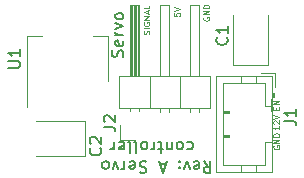
<source format=gto>
G04 #@! TF.GenerationSoftware,KiCad,Pcbnew,(5.1.10)-1*
G04 #@! TF.CreationDate,2022-09-19T19:11:14+01:00*
G04 #@! TF.ProjectId,12v_servo_driver,3132765f-7365-4727-966f-5f6472697665,rev?*
G04 #@! TF.SameCoordinates,Original*
G04 #@! TF.FileFunction,Legend,Top*
G04 #@! TF.FilePolarity,Positive*
%FSLAX46Y46*%
G04 Gerber Fmt 4.6, Leading zero omitted, Abs format (unit mm)*
G04 Created by KiCad (PCBNEW (5.1.10)-1) date 2022-09-19 19:11:14*
%MOMM*%
%LPD*%
G01*
G04 APERTURE LIST*
%ADD10C,0.150000*%
%ADD11C,0.100000*%
%ADD12C,0.120000*%
%ADD13R,1.700000X1.700000*%
%ADD14O,1.700000X1.700000*%
%ADD15C,3.200000*%
%ADD16O,1.750000X1.200000*%
%ADD17R,3.800000X2.000000*%
%ADD18R,1.500000X2.000000*%
G04 APERTURE END LIST*
D10*
X150417161Y-108626042D02*
X150464780Y-108483185D01*
X150464780Y-108245090D01*
X150417161Y-108149852D01*
X150369542Y-108102233D01*
X150274304Y-108054614D01*
X150179066Y-108054614D01*
X150083828Y-108102233D01*
X150036209Y-108149852D01*
X149988590Y-108245090D01*
X149940971Y-108435566D01*
X149893352Y-108530804D01*
X149845733Y-108578423D01*
X149750495Y-108626042D01*
X149655257Y-108626042D01*
X149560019Y-108578423D01*
X149512400Y-108530804D01*
X149464780Y-108435566D01*
X149464780Y-108197471D01*
X149512400Y-108054614D01*
X150417161Y-107245090D02*
X150464780Y-107340328D01*
X150464780Y-107530804D01*
X150417161Y-107626042D01*
X150321923Y-107673661D01*
X149940971Y-107673661D01*
X149845733Y-107626042D01*
X149798114Y-107530804D01*
X149798114Y-107340328D01*
X149845733Y-107245090D01*
X149940971Y-107197471D01*
X150036209Y-107197471D01*
X150131447Y-107673661D01*
X150464780Y-106768900D02*
X149798114Y-106768900D01*
X149988590Y-106768900D02*
X149893352Y-106721280D01*
X149845733Y-106673661D01*
X149798114Y-106578423D01*
X149798114Y-106483185D01*
X149798114Y-106245090D02*
X150464780Y-106006995D01*
X149798114Y-105768900D01*
X150464780Y-105245090D02*
X150417161Y-105340328D01*
X150369542Y-105387947D01*
X150274304Y-105435566D01*
X149988590Y-105435566D01*
X149893352Y-105387947D01*
X149845733Y-105340328D01*
X149798114Y-105245090D01*
X149798114Y-105102233D01*
X149845733Y-105006995D01*
X149893352Y-104959376D01*
X149988590Y-104911757D01*
X150274304Y-104911757D01*
X150369542Y-104959376D01*
X150417161Y-105006995D01*
X150464780Y-105102233D01*
X150464780Y-105245090D01*
D11*
X152653180Y-106702076D02*
X152676990Y-106630647D01*
X152676990Y-106511600D01*
X152653180Y-106463980D01*
X152629371Y-106440171D01*
X152581752Y-106416361D01*
X152534133Y-106416361D01*
X152486514Y-106440171D01*
X152462704Y-106463980D01*
X152438895Y-106511600D01*
X152415085Y-106606838D01*
X152391276Y-106654457D01*
X152367466Y-106678266D01*
X152319847Y-106702076D01*
X152272228Y-106702076D01*
X152224609Y-106678266D01*
X152200800Y-106654457D01*
X152176990Y-106606838D01*
X152176990Y-106487790D01*
X152200800Y-106416361D01*
X152676990Y-106202076D02*
X152176990Y-106202076D01*
X152200800Y-105702076D02*
X152176990Y-105749695D01*
X152176990Y-105821123D01*
X152200800Y-105892552D01*
X152248419Y-105940171D01*
X152296038Y-105963980D01*
X152391276Y-105987790D01*
X152462704Y-105987790D01*
X152557942Y-105963980D01*
X152605561Y-105940171D01*
X152653180Y-105892552D01*
X152676990Y-105821123D01*
X152676990Y-105773504D01*
X152653180Y-105702076D01*
X152629371Y-105678266D01*
X152462704Y-105678266D01*
X152462704Y-105773504D01*
X152676990Y-105463980D02*
X152176990Y-105463980D01*
X152676990Y-105178266D01*
X152176990Y-105178266D01*
X152534133Y-104963980D02*
X152534133Y-104725885D01*
X152676990Y-105011600D02*
X152176990Y-104844933D01*
X152676990Y-104678266D01*
X152676990Y-104273504D02*
X152676990Y-104511600D01*
X152176990Y-104511600D01*
X154755090Y-104921038D02*
X154755090Y-105159133D01*
X154993185Y-105182942D01*
X154969376Y-105159133D01*
X154945566Y-105111514D01*
X154945566Y-104992466D01*
X154969376Y-104944847D01*
X154993185Y-104921038D01*
X155040804Y-104897228D01*
X155159852Y-104897228D01*
X155207471Y-104921038D01*
X155231280Y-104944847D01*
X155255090Y-104992466D01*
X155255090Y-105111514D01*
X155231280Y-105159133D01*
X155207471Y-105182942D01*
X154755090Y-104754371D02*
X155255090Y-104587704D01*
X154755090Y-104421038D01*
X157255400Y-105270252D02*
X157231590Y-105317871D01*
X157231590Y-105389300D01*
X157255400Y-105460728D01*
X157303019Y-105508347D01*
X157350638Y-105532157D01*
X157445876Y-105555966D01*
X157517304Y-105555966D01*
X157612542Y-105532157D01*
X157660161Y-105508347D01*
X157707780Y-105460728D01*
X157731590Y-105389300D01*
X157731590Y-105341680D01*
X157707780Y-105270252D01*
X157683971Y-105246442D01*
X157517304Y-105246442D01*
X157517304Y-105341680D01*
X157731590Y-105032157D02*
X157231590Y-105032157D01*
X157731590Y-104746442D01*
X157231590Y-104746442D01*
X157731590Y-104508347D02*
X157231590Y-104508347D01*
X157231590Y-104389300D01*
X157255400Y-104317871D01*
X157303019Y-104270252D01*
X157350638Y-104246442D01*
X157445876Y-104222633D01*
X157517304Y-104222633D01*
X157612542Y-104246442D01*
X157660161Y-104270252D01*
X157707780Y-104317871D01*
X157731590Y-104389300D01*
X157731590Y-104508347D01*
D10*
X157265142Y-117441219D02*
X157598476Y-117917409D01*
X157836571Y-117441219D02*
X157836571Y-118441219D01*
X157455619Y-118441219D01*
X157360380Y-118393600D01*
X157312761Y-118345980D01*
X157265142Y-118250742D01*
X157265142Y-118107885D01*
X157312761Y-118012647D01*
X157360380Y-117965028D01*
X157455619Y-117917409D01*
X157836571Y-117917409D01*
X156455619Y-117488838D02*
X156550857Y-117441219D01*
X156741333Y-117441219D01*
X156836571Y-117488838D01*
X156884190Y-117584076D01*
X156884190Y-117965028D01*
X156836571Y-118060266D01*
X156741333Y-118107885D01*
X156550857Y-118107885D01*
X156455619Y-118060266D01*
X156408000Y-117965028D01*
X156408000Y-117869790D01*
X156884190Y-117774552D01*
X156074666Y-118107885D02*
X155836571Y-117441219D01*
X155598476Y-118107885D01*
X155217523Y-117536457D02*
X155169904Y-117488838D01*
X155217523Y-117441219D01*
X155265142Y-117488838D01*
X155217523Y-117536457D01*
X155217523Y-117441219D01*
X155217523Y-118060266D02*
X155169904Y-118012647D01*
X155217523Y-117965028D01*
X155265142Y-118012647D01*
X155217523Y-118060266D01*
X155217523Y-117965028D01*
X154027047Y-117726933D02*
X153550857Y-117726933D01*
X154122285Y-117441219D02*
X153788952Y-118441219D01*
X153455619Y-117441219D01*
X152408000Y-117488838D02*
X152265142Y-117441219D01*
X152027047Y-117441219D01*
X151931809Y-117488838D01*
X151884190Y-117536457D01*
X151836571Y-117631695D01*
X151836571Y-117726933D01*
X151884190Y-117822171D01*
X151931809Y-117869790D01*
X152027047Y-117917409D01*
X152217523Y-117965028D01*
X152312761Y-118012647D01*
X152360380Y-118060266D01*
X152408000Y-118155504D01*
X152408000Y-118250742D01*
X152360380Y-118345980D01*
X152312761Y-118393600D01*
X152217523Y-118441219D01*
X151979428Y-118441219D01*
X151836571Y-118393600D01*
X151027047Y-117488838D02*
X151122285Y-117441219D01*
X151312761Y-117441219D01*
X151408000Y-117488838D01*
X151455619Y-117584076D01*
X151455619Y-117965028D01*
X151408000Y-118060266D01*
X151312761Y-118107885D01*
X151122285Y-118107885D01*
X151027047Y-118060266D01*
X150979428Y-117965028D01*
X150979428Y-117869790D01*
X151455619Y-117774552D01*
X150550857Y-117441219D02*
X150550857Y-118107885D01*
X150550857Y-117917409D02*
X150503238Y-118012647D01*
X150455619Y-118060266D01*
X150360380Y-118107885D01*
X150265142Y-118107885D01*
X150027047Y-118107885D02*
X149788952Y-117441219D01*
X149550857Y-118107885D01*
X149027047Y-117441219D02*
X149122285Y-117488838D01*
X149169904Y-117536457D01*
X149217523Y-117631695D01*
X149217523Y-117917409D01*
X149169904Y-118012647D01*
X149122285Y-118060266D01*
X149027047Y-118107885D01*
X148884190Y-118107885D01*
X148788952Y-118060266D01*
X148741333Y-118012647D01*
X148693714Y-117917409D01*
X148693714Y-117631695D01*
X148741333Y-117536457D01*
X148788952Y-117488838D01*
X148884190Y-117441219D01*
X149027047Y-117441219D01*
X155884190Y-115838838D02*
X155979428Y-115791219D01*
X156169904Y-115791219D01*
X156265142Y-115838838D01*
X156312761Y-115886457D01*
X156360380Y-115981695D01*
X156360380Y-116267409D01*
X156312761Y-116362647D01*
X156265142Y-116410266D01*
X156169904Y-116457885D01*
X155979428Y-116457885D01*
X155884190Y-116410266D01*
X155312761Y-115791219D02*
X155408000Y-115838838D01*
X155455619Y-115886457D01*
X155503238Y-115981695D01*
X155503238Y-116267409D01*
X155455619Y-116362647D01*
X155408000Y-116410266D01*
X155312761Y-116457885D01*
X155169904Y-116457885D01*
X155074666Y-116410266D01*
X155027047Y-116362647D01*
X154979428Y-116267409D01*
X154979428Y-115981695D01*
X155027047Y-115886457D01*
X155074666Y-115838838D01*
X155169904Y-115791219D01*
X155312761Y-115791219D01*
X154550857Y-116457885D02*
X154550857Y-115791219D01*
X154550857Y-116362647D02*
X154503238Y-116410266D01*
X154408000Y-116457885D01*
X154265142Y-116457885D01*
X154169904Y-116410266D01*
X154122285Y-116315028D01*
X154122285Y-115791219D01*
X153788952Y-116457885D02*
X153408000Y-116457885D01*
X153646095Y-116791219D02*
X153646095Y-115934076D01*
X153598476Y-115838838D01*
X153503238Y-115791219D01*
X153408000Y-115791219D01*
X153074666Y-115791219D02*
X153074666Y-116457885D01*
X153074666Y-116267409D02*
X153027047Y-116362647D01*
X152979428Y-116410266D01*
X152884190Y-116457885D01*
X152788952Y-116457885D01*
X152312761Y-115791219D02*
X152408000Y-115838838D01*
X152455619Y-115886457D01*
X152503238Y-115981695D01*
X152503238Y-116267409D01*
X152455619Y-116362647D01*
X152408000Y-116410266D01*
X152312761Y-116457885D01*
X152169904Y-116457885D01*
X152074666Y-116410266D01*
X152027047Y-116362647D01*
X151979428Y-116267409D01*
X151979428Y-115981695D01*
X152027047Y-115886457D01*
X152074666Y-115838838D01*
X152169904Y-115791219D01*
X152312761Y-115791219D01*
X151408000Y-115791219D02*
X151503238Y-115838838D01*
X151550857Y-115934076D01*
X151550857Y-116791219D01*
X150884190Y-115791219D02*
X150979428Y-115838838D01*
X151027047Y-115934076D01*
X151027047Y-116791219D01*
X150122285Y-115838838D02*
X150217523Y-115791219D01*
X150408000Y-115791219D01*
X150503238Y-115838838D01*
X150550857Y-115934076D01*
X150550857Y-116315028D01*
X150503238Y-116410266D01*
X150408000Y-116457885D01*
X150217523Y-116457885D01*
X150122285Y-116410266D01*
X150074666Y-116315028D01*
X150074666Y-116219790D01*
X150550857Y-116124552D01*
X149646095Y-115791219D02*
X149646095Y-116457885D01*
X149646095Y-116267409D02*
X149598476Y-116362647D01*
X149550857Y-116410266D01*
X149455619Y-116457885D01*
X149360380Y-116457885D01*
D11*
X162959000Y-113200595D02*
X162959000Y-112748214D01*
X163413285Y-113081547D02*
X163413285Y-112914880D01*
X163675190Y-112843452D02*
X163675190Y-113081547D01*
X163175190Y-113081547D01*
X163175190Y-112843452D01*
X162959000Y-112748214D02*
X162959000Y-112224404D01*
X163675190Y-112629166D02*
X163175190Y-112629166D01*
X163675190Y-112343452D01*
X163175190Y-112343452D01*
X163675190Y-114482523D02*
X163675190Y-114768238D01*
X163675190Y-114625380D02*
X163175190Y-114625380D01*
X163246619Y-114673000D01*
X163294238Y-114720619D01*
X163318047Y-114768238D01*
X163222809Y-114292047D02*
X163199000Y-114268238D01*
X163175190Y-114220619D01*
X163175190Y-114101571D01*
X163199000Y-114053952D01*
X163222809Y-114030142D01*
X163270428Y-114006333D01*
X163318047Y-114006333D01*
X163389476Y-114030142D01*
X163675190Y-114315857D01*
X163675190Y-114006333D01*
X163175190Y-113863476D02*
X163675190Y-113696809D01*
X163175190Y-113530142D01*
X163199000Y-116141452D02*
X163175190Y-116189071D01*
X163175190Y-116260500D01*
X163199000Y-116331928D01*
X163246619Y-116379547D01*
X163294238Y-116403357D01*
X163389476Y-116427166D01*
X163460904Y-116427166D01*
X163556142Y-116403357D01*
X163603761Y-116379547D01*
X163651380Y-116331928D01*
X163675190Y-116260500D01*
X163675190Y-116212880D01*
X163651380Y-116141452D01*
X163627571Y-116117642D01*
X163460904Y-116117642D01*
X163460904Y-116212880D01*
X163675190Y-115903357D02*
X163175190Y-115903357D01*
X163675190Y-115617642D01*
X163175190Y-115617642D01*
X163675190Y-115379547D02*
X163175190Y-115379547D01*
X163175190Y-115260500D01*
X163199000Y-115189071D01*
X163246619Y-115141452D01*
X163294238Y-115117642D01*
X163389476Y-115093833D01*
X163460904Y-115093833D01*
X163556142Y-115117642D01*
X163603761Y-115141452D01*
X163651380Y-115189071D01*
X163675190Y-115260500D01*
X163675190Y-115379547D01*
D12*
X150079400Y-112910800D02*
X157819400Y-112910800D01*
X157819400Y-112910800D02*
X157819400Y-110250800D01*
X157819400Y-110250800D02*
X150079400Y-110250800D01*
X150079400Y-110250800D02*
X150079400Y-112910800D01*
X151029400Y-110250800D02*
X151029400Y-104250800D01*
X151029400Y-104250800D02*
X151789400Y-104250800D01*
X151789400Y-104250800D02*
X151789400Y-110250800D01*
X151089400Y-110250800D02*
X151089400Y-104250800D01*
X151209400Y-110250800D02*
X151209400Y-104250800D01*
X151329400Y-110250800D02*
X151329400Y-104250800D01*
X151449400Y-110250800D02*
X151449400Y-104250800D01*
X151569400Y-110250800D02*
X151569400Y-104250800D01*
X151689400Y-110250800D02*
X151689400Y-104250800D01*
X151029400Y-113240800D02*
X151029400Y-112910800D01*
X151789400Y-113240800D02*
X151789400Y-112910800D01*
X152679400Y-112910800D02*
X152679400Y-110250800D01*
X153569400Y-110250800D02*
X153569400Y-104250800D01*
X153569400Y-104250800D02*
X154329400Y-104250800D01*
X154329400Y-104250800D02*
X154329400Y-110250800D01*
X153569400Y-113307871D02*
X153569400Y-112910800D01*
X154329400Y-113307871D02*
X154329400Y-112910800D01*
X155219400Y-112910800D02*
X155219400Y-110250800D01*
X156109400Y-110250800D02*
X156109400Y-104250800D01*
X156109400Y-104250800D02*
X156869400Y-104250800D01*
X156869400Y-104250800D02*
X156869400Y-110250800D01*
X156109400Y-113307871D02*
X156109400Y-112910800D01*
X156869400Y-113307871D02*
X156869400Y-112910800D01*
X151409400Y-115620800D02*
X150139400Y-115620800D01*
X150139400Y-115620800D02*
X150139400Y-114350800D01*
X147253500Y-114009200D02*
X143043500Y-114009200D01*
X147253500Y-117029200D02*
X147253500Y-114009200D01*
X143043500Y-117029200D02*
X147253500Y-117029200D01*
X159716500Y-105057000D02*
X159716500Y-109267000D01*
X159716500Y-109267000D02*
X162736500Y-109267000D01*
X162736500Y-109267000D02*
X162736500Y-105057000D01*
X163036500Y-110246100D02*
X158316500Y-110246100D01*
X158316500Y-110246100D02*
X158316500Y-118366100D01*
X158316500Y-118366100D02*
X163036500Y-118366100D01*
X163036500Y-118366100D02*
X163036500Y-110246100D01*
X163036500Y-112006100D02*
X163236500Y-112006100D01*
X163236500Y-112006100D02*
X163236500Y-111706100D01*
X163236500Y-111706100D02*
X163036500Y-111706100D01*
X163136500Y-112006100D02*
X163136500Y-111706100D01*
X163036500Y-112806100D02*
X162426500Y-112806100D01*
X162426500Y-112806100D02*
X162426500Y-110856100D01*
X162426500Y-110856100D02*
X158926500Y-110856100D01*
X158926500Y-110856100D02*
X158926500Y-117756100D01*
X158926500Y-117756100D02*
X162426500Y-117756100D01*
X162426500Y-117756100D02*
X162426500Y-115806100D01*
X162426500Y-115806100D02*
X163036500Y-115806100D01*
X161726500Y-110246100D02*
X161726500Y-110856100D01*
X160426500Y-110246100D02*
X160426500Y-110856100D01*
X161726500Y-118366100D02*
X161726500Y-117756100D01*
X160426500Y-118366100D02*
X160426500Y-117756100D01*
X158926500Y-113206100D02*
X159426500Y-113206100D01*
X159426500Y-113206100D02*
X159426500Y-113406100D01*
X159426500Y-113406100D02*
X158926500Y-113406100D01*
X158926500Y-113306100D02*
X159426500Y-113306100D01*
X158926500Y-115206100D02*
X159426500Y-115206100D01*
X159426500Y-115206100D02*
X159426500Y-115406100D01*
X159426500Y-115406100D02*
X158926500Y-115406100D01*
X158926500Y-115306100D02*
X159426500Y-115306100D01*
X163336500Y-111196100D02*
X163336500Y-109946100D01*
X163336500Y-109946100D02*
X162086500Y-109946100D01*
X142347900Y-112888600D02*
X142347900Y-106878600D01*
X149167900Y-110638600D02*
X149167900Y-106878600D01*
X142347900Y-106878600D02*
X143607900Y-106878600D01*
X149167900Y-106878600D02*
X147907900Y-106878600D01*
D10*
X148791680Y-114557133D02*
X149505966Y-114557133D01*
X149648823Y-114604752D01*
X149744061Y-114699990D01*
X149791680Y-114842847D01*
X149791680Y-114938085D01*
X148886919Y-114128561D02*
X148839300Y-114080942D01*
X148791680Y-113985704D01*
X148791680Y-113747609D01*
X148839300Y-113652371D01*
X148886919Y-113604752D01*
X148982157Y-113557133D01*
X149077395Y-113557133D01*
X149220252Y-113604752D01*
X149791680Y-114176180D01*
X149791680Y-113557133D01*
X148515342Y-116346266D02*
X148562961Y-116393885D01*
X148610580Y-116536742D01*
X148610580Y-116631980D01*
X148562961Y-116774838D01*
X148467723Y-116870076D01*
X148372485Y-116917695D01*
X148182009Y-116965314D01*
X148039152Y-116965314D01*
X147848676Y-116917695D01*
X147753438Y-116870076D01*
X147658200Y-116774838D01*
X147610580Y-116631980D01*
X147610580Y-116536742D01*
X147658200Y-116393885D01*
X147705819Y-116346266D01*
X147705819Y-115965314D02*
X147658200Y-115917695D01*
X147610580Y-115822457D01*
X147610580Y-115584361D01*
X147658200Y-115489123D01*
X147705819Y-115441504D01*
X147801057Y-115393885D01*
X147896295Y-115393885D01*
X148039152Y-115441504D01*
X148610580Y-116012933D01*
X148610580Y-115393885D01*
X159233642Y-106973666D02*
X159281261Y-107021285D01*
X159328880Y-107164142D01*
X159328880Y-107259380D01*
X159281261Y-107402238D01*
X159186023Y-107497476D01*
X159090785Y-107545095D01*
X158900309Y-107592714D01*
X158757452Y-107592714D01*
X158566976Y-107545095D01*
X158471738Y-107497476D01*
X158376500Y-107402238D01*
X158328880Y-107259380D01*
X158328880Y-107164142D01*
X158376500Y-107021285D01*
X158424119Y-106973666D01*
X159328880Y-106021285D02*
X159328880Y-106592714D01*
X159328880Y-106307000D02*
X158328880Y-106307000D01*
X158471738Y-106402238D01*
X158566976Y-106497476D01*
X158614595Y-106592714D01*
X164107880Y-114049133D02*
X164822166Y-114049133D01*
X164965023Y-114096752D01*
X165060261Y-114191990D01*
X165107880Y-114334847D01*
X165107880Y-114430085D01*
X165107880Y-113049133D02*
X165107880Y-113620561D01*
X165107880Y-113334847D02*
X164107880Y-113334847D01*
X164250738Y-113430085D01*
X164345976Y-113525323D01*
X164393595Y-113620561D01*
X140710280Y-109550504D02*
X141519804Y-109550504D01*
X141615042Y-109502885D01*
X141662661Y-109455266D01*
X141710280Y-109360028D01*
X141710280Y-109169552D01*
X141662661Y-109074314D01*
X141615042Y-109026695D01*
X141519804Y-108979076D01*
X140710280Y-108979076D01*
X141710280Y-107979076D02*
X141710280Y-108550504D01*
X141710280Y-108264790D02*
X140710280Y-108264790D01*
X140853138Y-108360028D01*
X140948376Y-108455266D01*
X140995995Y-108550504D01*
%LPC*%
D13*
X151409400Y-114350800D03*
D14*
X153949400Y-114350800D03*
X156489400Y-114350800D03*
G36*
G01*
X143918500Y-114594199D02*
X143918500Y-116444201D01*
G75*
G02*
X143668501Y-116694200I-249999J0D01*
G01*
X142843499Y-116694200D01*
G75*
G02*
X142593500Y-116444201I0J249999D01*
G01*
X142593500Y-114594199D01*
G75*
G02*
X142843499Y-114344200I249999J0D01*
G01*
X143668501Y-114344200D01*
G75*
G02*
X143918500Y-114594199I0J-249999D01*
G01*
G37*
G36*
G01*
X146993500Y-114594199D02*
X146993500Y-116444201D01*
G75*
G02*
X146743501Y-116694200I-249999J0D01*
G01*
X145918499Y-116694200D01*
G75*
G02*
X145668500Y-116444201I0J249999D01*
G01*
X145668500Y-114594199D01*
G75*
G02*
X145918499Y-114344200I249999J0D01*
G01*
X146743501Y-114344200D01*
G75*
G02*
X146993500Y-114594199I0J-249999D01*
G01*
G37*
D15*
X166751000Y-111125000D03*
X138049000Y-111125000D03*
G36*
G01*
X162151501Y-109007000D02*
X160301499Y-109007000D01*
G75*
G02*
X160051500Y-108757001I0J249999D01*
G01*
X160051500Y-107931999D01*
G75*
G02*
X160301499Y-107682000I249999J0D01*
G01*
X162151501Y-107682000D01*
G75*
G02*
X162401500Y-107931999I0J-249999D01*
G01*
X162401500Y-108757001D01*
G75*
G02*
X162151501Y-109007000I-249999J0D01*
G01*
G37*
G36*
G01*
X162151501Y-105932000D02*
X160301499Y-105932000D01*
G75*
G02*
X160051500Y-105682001I0J249999D01*
G01*
X160051500Y-104856999D01*
G75*
G02*
X160301499Y-104607000I249999J0D01*
G01*
X162151501Y-104607000D01*
G75*
G02*
X162401500Y-104856999I0J-249999D01*
G01*
X162401500Y-105682001D01*
G75*
G02*
X162151501Y-105932000I-249999J0D01*
G01*
G37*
G36*
G01*
X160601499Y-111706100D02*
X161851501Y-111706100D01*
G75*
G02*
X162101500Y-111956099I0J-249999D01*
G01*
X162101500Y-112656101D01*
G75*
G02*
X161851501Y-112906100I-249999J0D01*
G01*
X160601499Y-112906100D01*
G75*
G02*
X160351500Y-112656101I0J249999D01*
G01*
X160351500Y-111956099D01*
G75*
G02*
X160601499Y-111706100I249999J0D01*
G01*
G37*
D16*
X161226500Y-114306100D03*
X161226500Y-116306100D03*
D17*
X145757900Y-105638600D03*
D18*
X145757900Y-111938600D03*
X148057900Y-111938600D03*
X143457900Y-111938600D03*
M02*

</source>
